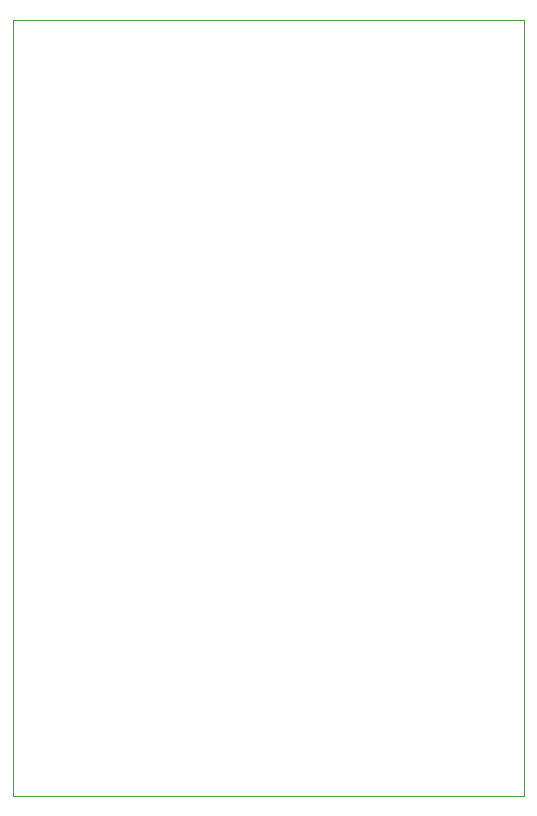
<source format=gbr>
%TF.GenerationSoftware,KiCad,Pcbnew,8.0.7*%
%TF.CreationDate,2025-01-26T21:31:55+01:00*%
%TF.ProjectId,samd21_breakout,73616d64-3231-45f6-9272-65616b6f7574,rev?*%
%TF.SameCoordinates,Original*%
%TF.FileFunction,Profile,NP*%
%FSLAX46Y46*%
G04 Gerber Fmt 4.6, Leading zero omitted, Abs format (unit mm)*
G04 Created by KiCad (PCBNEW 8.0.7) date 2025-01-26 21:31:55*
%MOMM*%
%LPD*%
G01*
G04 APERTURE LIST*
%TA.AperFunction,Profile*%
%ADD10C,0.050000*%
%TD*%
G04 APERTURE END LIST*
D10*
X102750000Y-74500000D02*
X146000000Y-74500000D01*
X146000000Y-140250000D01*
X102750000Y-140250000D01*
X102750000Y-74500000D01*
M02*

</source>
